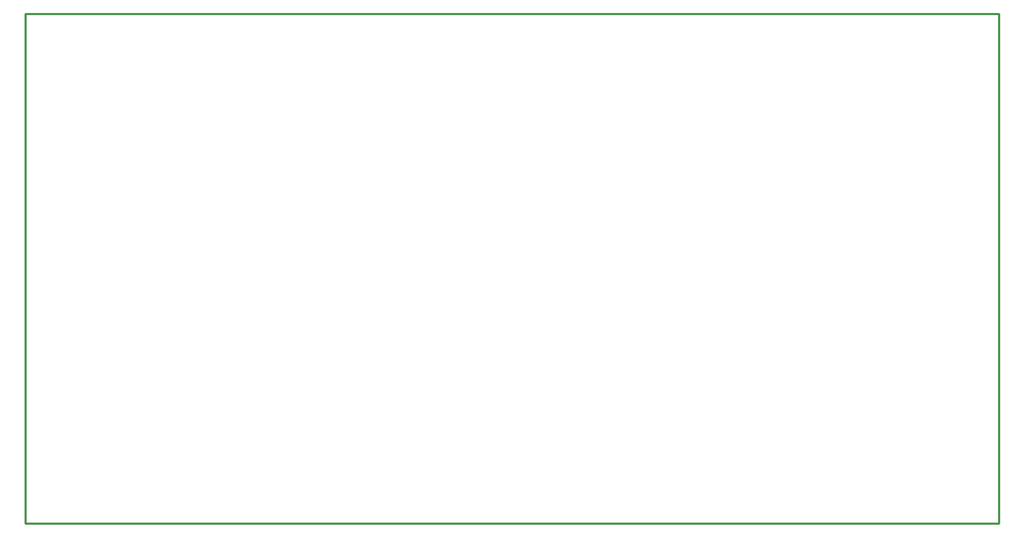
<source format=gko>
G04*
G04 #@! TF.GenerationSoftware,Altium Limited,Altium Designer,22.8.2 (66)*
G04*
G04 Layer_Color=16711935*
%FSLAX25Y25*%
%MOIN*%
G70*
G04*
G04 #@! TF.SameCoordinates,91317C4C-2BB6-42C2-B401-94DFDD073F52*
G04*
G04*
G04 #@! TF.FilePolarity,Positive*
G04*
G01*
G75*
%ADD14C,0.01000*%
D14*
X0Y0D02*
X450000D01*
Y235500D01*
X0D02*
X450000D01*
X0Y0D02*
Y235500D01*
M02*

</source>
